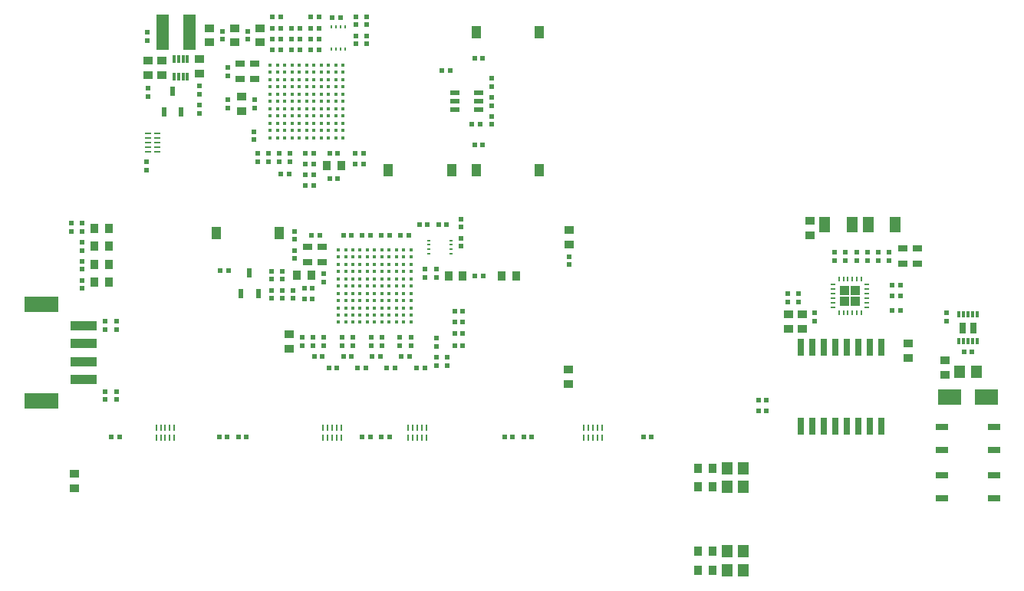
<source format=gtp>
G04 #@! TF.GenerationSoftware,KiCad,Pcbnew,5.0.1-33cea8e~66~ubuntu18.04.1*
G04 #@! TF.CreationDate,2018-11-27T01:50:38+00:00*
G04 #@! TF.ProjectId,proto_switch_sensor_r1_panel,70726F746F5F7377697463685F73656E,1*
G04 #@! TF.SameCoordinates,Original*
G04 #@! TF.FileFunction,Paste,Top*
G04 #@! TF.FilePolarity,Positive*
%FSLAX46Y46*%
G04 Gerber Fmt 4.6, Leading zero omitted, Abs format (unit mm)*
G04 Created by KiCad (PCBNEW 5.0.1-33cea8e~66~ubuntu18.04.1) date Tue 27 Nov 2018 01:50:38 GMT*
%MOMM*%
%LPD*%
G01*
G04 APERTURE LIST*
%ADD10R,3.000000X1.000000*%
%ADD11R,3.800000X1.800000*%
%ADD12R,0.950000X1.000000*%
%ADD13R,1.000000X0.950000*%
%ADD14R,0.620000X0.620000*%
%ADD15R,1.400000X0.800000*%
%ADD16C,0.400000*%
%ADD17R,1.000000X0.800000*%
%ADD18R,0.640000X1.910000*%
%ADD19R,1.000000X1.400000*%
%ADD20R,0.600000X1.000000*%
%ADD21R,0.200000X0.700000*%
%ADD22R,0.800000X1.200000*%
%ADD23R,0.300000X0.700000*%
%ADD24R,1.000000X1.000000*%
%ADD25R,0.480000X0.230000*%
%ADD26R,0.230000X0.480000*%
%ADD27R,0.300000X0.250000*%
%ADD28R,2.500000X1.700000*%
%ADD29R,1.150000X1.450000*%
%ADD30R,1.150000X1.800000*%
%ADD31R,0.700000X0.200000*%
%ADD32R,1.450000X3.890000*%
%ADD33R,1.100000X0.600000*%
%ADD34R,0.300000X0.850000*%
%ADD35R,0.250000X0.300000*%
G04 APERTURE END LIST*
D10*
G04 #@! TO.C,J202*
X89350000Y-136750000D03*
X89350000Y-134750000D03*
X89350000Y-132750000D03*
X89350000Y-130750000D03*
D11*
X84750000Y-139100000D03*
X84750000Y-128400000D03*
G04 #@! TD*
D12*
G04 #@! TO.C,C224*
X137100000Y-125300000D03*
X135500000Y-125300000D03*
G04 #@! TD*
D13*
G04 #@! TO.C,C223*
X112100000Y-133300000D03*
X112100000Y-131700000D03*
G04 #@! TD*
D14*
G04 #@! TO.C,R302*
X175900000Y-122650000D03*
X175900000Y-123550000D03*
G04 #@! TD*
G04 #@! TO.C,R403*
X92450000Y-143100000D03*
X93350000Y-143100000D03*
G04 #@! TD*
D15*
G04 #@! TO.C,D303*
X189850000Y-147330000D03*
X189850000Y-149870000D03*
X184150000Y-149870000D03*
X184150000Y-147330000D03*
G04 #@! TD*
G04 #@! TO.C,D302*
X189850000Y-141930000D03*
X189850000Y-144470000D03*
X184150000Y-144470000D03*
X184150000Y-141930000D03*
G04 #@! TD*
D14*
G04 #@! TO.C,C201*
X131000000Y-122000000D03*
X131000000Y-121100000D03*
G04 #@! TD*
D16*
G04 #@! TO.C,IC202*
X125500000Y-122400000D03*
X124700000Y-122400000D03*
X123900000Y-122400000D03*
X123100000Y-122400000D03*
X122300000Y-122400000D03*
X121500000Y-122400000D03*
X120700000Y-122400000D03*
X119900000Y-122400000D03*
X119100000Y-122400000D03*
X118300000Y-122400000D03*
X117500000Y-122400000D03*
X125500000Y-123200000D03*
X124700000Y-123200000D03*
X123900000Y-123200000D03*
X123100000Y-123200000D03*
X122300000Y-123200000D03*
X121500000Y-123200000D03*
X120700000Y-123200000D03*
X119900000Y-123200000D03*
X119100000Y-123200000D03*
X118300000Y-123200000D03*
X117500000Y-123200000D03*
X125500000Y-124000000D03*
X124700000Y-124000000D03*
X123900000Y-124000000D03*
X123100000Y-124000000D03*
X122300000Y-124000000D03*
X121500000Y-124000000D03*
X120700000Y-124000000D03*
X119900000Y-124000000D03*
X119100000Y-124000000D03*
X118300000Y-124000000D03*
X117500000Y-124000000D03*
X125500000Y-124800000D03*
X124700000Y-124800000D03*
X123900000Y-124800000D03*
X123100000Y-124800000D03*
X122300000Y-124800000D03*
X121500000Y-124800000D03*
X120700000Y-124800000D03*
X119900000Y-124800000D03*
X119100000Y-124800000D03*
X118300000Y-124800000D03*
X117500000Y-124800000D03*
X125500000Y-125600000D03*
X124700000Y-125600000D03*
X123900000Y-125600000D03*
X123100000Y-125600000D03*
X122300000Y-125600000D03*
X121500000Y-125600000D03*
X120700000Y-125600000D03*
X119900000Y-125600000D03*
X119100000Y-125600000D03*
X118300000Y-125600000D03*
X117500000Y-125600000D03*
X125500000Y-126400000D03*
X124700000Y-126400000D03*
X123900000Y-126400000D03*
X123100000Y-126400000D03*
X122300000Y-126400000D03*
X121500000Y-126400000D03*
X120700000Y-126400000D03*
X119900000Y-126400000D03*
X119100000Y-126400000D03*
X118300000Y-126400000D03*
X117500000Y-126400000D03*
X125500000Y-127200000D03*
X124700000Y-127200000D03*
X123900000Y-127200000D03*
X123100000Y-127200000D03*
X122300000Y-127200000D03*
X121500000Y-127200000D03*
X120700000Y-127200000D03*
X119900000Y-127200000D03*
X119100000Y-127200000D03*
X118300000Y-127200000D03*
X117500000Y-127200000D03*
X125500000Y-128000000D03*
X124700000Y-128000000D03*
X123900000Y-128000000D03*
X123100000Y-128000000D03*
X122300000Y-128000000D03*
X121500000Y-128000000D03*
X120700000Y-128000000D03*
X119900000Y-128000000D03*
X119100000Y-128000000D03*
X118300000Y-128000000D03*
X117500000Y-128000000D03*
X125500000Y-128800000D03*
X124700000Y-128800000D03*
X123900000Y-128800000D03*
X123100000Y-128800000D03*
X122300000Y-128800000D03*
X121500000Y-128800000D03*
X120700000Y-128800000D03*
X119900000Y-128800000D03*
X119100000Y-128800000D03*
X118300000Y-128800000D03*
X117500000Y-128800000D03*
X125500000Y-129600000D03*
X124700000Y-129600000D03*
X123900000Y-129600000D03*
X123100000Y-129600000D03*
X122300000Y-129600000D03*
X121500000Y-129600000D03*
X120700000Y-129600000D03*
X119900000Y-129600000D03*
X119100000Y-129600000D03*
X118300000Y-129600000D03*
X117500000Y-129600000D03*
X125500000Y-130400000D03*
X124700000Y-130400000D03*
X123900000Y-130400000D03*
X123100000Y-130400000D03*
X122300000Y-130400000D03*
X121500000Y-130400000D03*
X120700000Y-130400000D03*
X119900000Y-130400000D03*
X119100000Y-130400000D03*
X118300000Y-130400000D03*
X117500000Y-130400000D03*
G04 #@! TD*
D17*
G04 #@! TO.C,Y301*
X181400000Y-122250000D03*
X181400000Y-123950000D03*
X179800000Y-123950000D03*
X179800000Y-122250000D03*
G04 #@! TD*
G04 #@! TO.C,Y201*
X115700000Y-122050000D03*
X115700000Y-123750000D03*
X114100000Y-123750000D03*
X114100000Y-122050000D03*
G04 #@! TD*
D14*
G04 #@! TO.C,C314*
X178300000Y-123550000D03*
X178300000Y-122650000D03*
G04 #@! TD*
G04 #@! TO.C,R503*
X89200000Y-125750000D03*
X89200000Y-126650000D03*
G04 #@! TD*
D12*
G04 #@! TO.C,D501*
X92200000Y-126000000D03*
X90600000Y-126000000D03*
G04 #@! TD*
D13*
G04 #@! TO.C,C505*
X88400000Y-147100000D03*
X88400000Y-148700000D03*
G04 #@! TD*
D14*
G04 #@! TO.C,C306*
X168300000Y-128150000D03*
X168300000Y-127250000D03*
G04 #@! TD*
G04 #@! TO.C,C304*
X174700000Y-122650000D03*
X174700000Y-123550000D03*
G04 #@! TD*
G04 #@! TO.C,C302*
X170100000Y-130250000D03*
X170100000Y-129350000D03*
G04 #@! TD*
G04 #@! TO.C,R318*
X131250000Y-133000000D03*
X130350000Y-133000000D03*
G04 #@! TD*
G04 #@! TO.C,R213*
X93000000Y-138050000D03*
X93000000Y-138950000D03*
G04 #@! TD*
G04 #@! TO.C,R212*
X93000000Y-130300000D03*
X93000000Y-131200000D03*
G04 #@! TD*
G04 #@! TO.C,D205*
X91750000Y-130300000D03*
X91750000Y-131200000D03*
G04 #@! TD*
G04 #@! TO.C,D204*
X91750000Y-138950000D03*
X91750000Y-138050000D03*
G04 #@! TD*
D18*
G04 #@! TO.C,T301*
X177445000Y-141885000D03*
X176175000Y-141885000D03*
X174905000Y-141885000D03*
X173635000Y-141885000D03*
X172365000Y-141885000D03*
X171095000Y-141885000D03*
X169825000Y-141885000D03*
X168555000Y-141885000D03*
X168555000Y-133115000D03*
X169825000Y-133115000D03*
X171095000Y-133115000D03*
X172365000Y-133115000D03*
X173635000Y-133115000D03*
X174905000Y-133115000D03*
X176175000Y-133115000D03*
X177445000Y-133115000D03*
G04 #@! TD*
D19*
G04 #@! TO.C,SW201*
X111000000Y-120500000D03*
X104000000Y-120500000D03*
G04 #@! TD*
D14*
G04 #@! TO.C,R502*
X163850000Y-140200000D03*
X164750000Y-140200000D03*
G04 #@! TD*
G04 #@! TO.C,R501*
X163850000Y-139000000D03*
X164750000Y-139000000D03*
G04 #@! TD*
G04 #@! TO.C,R424*
X126150000Y-135400000D03*
X127050000Y-135400000D03*
G04 #@! TD*
G04 #@! TO.C,R423*
X125500000Y-132050000D03*
X125500000Y-132950000D03*
G04 #@! TD*
G04 #@! TO.C,R422*
X124450000Y-134200000D03*
X125350000Y-134200000D03*
G04 #@! TD*
G04 #@! TO.C,R421*
X137950000Y-143100000D03*
X138850000Y-143100000D03*
G04 #@! TD*
G04 #@! TO.C,R420*
X124300000Y-132050000D03*
X124300000Y-132950000D03*
G04 #@! TD*
G04 #@! TO.C,R419*
X151150000Y-143100000D03*
X152050000Y-143100000D03*
G04 #@! TD*
G04 #@! TO.C,R418*
X122850000Y-135400000D03*
X123750000Y-135400000D03*
G04 #@! TD*
G04 #@! TO.C,R417*
X122300000Y-132050000D03*
X122300000Y-132950000D03*
G04 #@! TD*
G04 #@! TO.C,R416*
X121250000Y-134200000D03*
X122150000Y-134200000D03*
G04 #@! TD*
G04 #@! TO.C,R415*
X122250000Y-143100000D03*
X123150000Y-143100000D03*
G04 #@! TD*
G04 #@! TO.C,R414*
X121100000Y-132050000D03*
X121100000Y-132950000D03*
G04 #@! TD*
G04 #@! TO.C,R413*
X136750000Y-143100000D03*
X135850000Y-143100000D03*
G04 #@! TD*
G04 #@! TO.C,R412*
X119650000Y-135400000D03*
X120550000Y-135400000D03*
G04 #@! TD*
G04 #@! TO.C,R411*
X119100000Y-132050000D03*
X119100000Y-132950000D03*
G04 #@! TD*
G04 #@! TO.C,R410*
X118050000Y-134200000D03*
X118950000Y-134200000D03*
G04 #@! TD*
G04 #@! TO.C,R409*
X106450000Y-143100000D03*
X107350000Y-143100000D03*
G04 #@! TD*
G04 #@! TO.C,R408*
X117900000Y-132050000D03*
X117900000Y-132950000D03*
G04 #@! TD*
G04 #@! TO.C,R407*
X121050000Y-143100000D03*
X120150000Y-143100000D03*
G04 #@! TD*
G04 #@! TO.C,R406*
X116450000Y-135400000D03*
X117350000Y-135400000D03*
G04 #@! TD*
G04 #@! TO.C,R405*
X115900000Y-132050000D03*
X115900000Y-132950000D03*
G04 #@! TD*
G04 #@! TO.C,R404*
X114850000Y-134200000D03*
X115750000Y-134200000D03*
G04 #@! TD*
G04 #@! TO.C,R402*
X114700000Y-132050000D03*
X114700000Y-132950000D03*
G04 #@! TD*
G04 #@! TO.C,R401*
X105250000Y-143100000D03*
X104350000Y-143100000D03*
G04 #@! TD*
G04 #@! TO.C,R317*
X184600000Y-130250000D03*
X184600000Y-129350000D03*
G04 #@! TD*
G04 #@! TO.C,R316*
X187450000Y-133700000D03*
X186550000Y-133700000D03*
G04 #@! TD*
D12*
G04 #@! TO.C,R315*
X157200000Y-146500000D03*
X158800000Y-146500000D03*
G04 #@! TD*
G04 #@! TO.C,R314*
X157200000Y-148600000D03*
X158800000Y-148600000D03*
G04 #@! TD*
G04 #@! TO.C,R313*
X157200000Y-157800000D03*
X158800000Y-157800000D03*
G04 #@! TD*
G04 #@! TO.C,R312*
X157200000Y-155700000D03*
X158800000Y-155700000D03*
G04 #@! TD*
D14*
G04 #@! TO.C,R311*
X167100000Y-127250000D03*
X167100000Y-128150000D03*
G04 #@! TD*
G04 #@! TO.C,R310*
X178650000Y-129100000D03*
X179550000Y-129100000D03*
G04 #@! TD*
G04 #@! TO.C,R309*
X178650000Y-127500000D03*
X179550000Y-127500000D03*
G04 #@! TD*
G04 #@! TO.C,R308*
X178650000Y-126300000D03*
X179550000Y-126300000D03*
G04 #@! TD*
G04 #@! TO.C,R307*
X130350000Y-131600000D03*
X131250000Y-131600000D03*
G04 #@! TD*
G04 #@! TO.C,R306*
X130350000Y-130400000D03*
X131250000Y-130400000D03*
G04 #@! TD*
G04 #@! TO.C,R305*
X130350000Y-129200000D03*
X131250000Y-129200000D03*
G04 #@! TD*
G04 #@! TO.C,R304*
X172300000Y-122650000D03*
X172300000Y-123550000D03*
G04 #@! TD*
G04 #@! TO.C,R303*
X173500000Y-122650000D03*
X173500000Y-123550000D03*
G04 #@! TD*
G04 #@! TO.C,R301*
X177100000Y-122650000D03*
X177100000Y-123550000D03*
G04 #@! TD*
G04 #@! TO.C,R211*
X127350000Y-119600000D03*
X126450000Y-119600000D03*
G04 #@! TD*
G04 #@! TO.C,R210*
X89200000Y-119450000D03*
X89200000Y-120350000D03*
G04 #@! TD*
G04 #@! TO.C,R209*
X89200000Y-124550000D03*
X89200000Y-123650000D03*
G04 #@! TD*
G04 #@! TO.C,R208*
X89200000Y-122450000D03*
X89200000Y-121550000D03*
G04 #@! TD*
G04 #@! TO.C,R207*
X88000000Y-119450000D03*
X88000000Y-120350000D03*
G04 #@! TD*
G04 #@! TO.C,R206*
X112700000Y-120350000D03*
X112700000Y-121250000D03*
G04 #@! TD*
G04 #@! TO.C,R205*
X111300000Y-124750000D03*
X111300000Y-125650000D03*
G04 #@! TD*
G04 #@! TO.C,R204*
X128300000Y-125450000D03*
X128300000Y-124550000D03*
G04 #@! TD*
G04 #@! TO.C,R202*
X131000000Y-119900000D03*
X131000000Y-119000000D03*
G04 #@! TD*
G04 #@! TO.C,R201*
X128550000Y-119600000D03*
X129450000Y-119600000D03*
G04 #@! TD*
D13*
G04 #@! TO.C,L302*
X184500000Y-136200000D03*
X184500000Y-134600000D03*
G04 #@! TD*
G04 #@! TO.C,L301*
X169600000Y-119200000D03*
X169600000Y-120800000D03*
G04 #@! TD*
D20*
G04 #@! TO.C,IC502*
X107700000Y-124950000D03*
X108650000Y-127250000D03*
X106750000Y-127250000D03*
G04 #@! TD*
D21*
G04 #@! TO.C,IC408*
X144600000Y-142075000D03*
X145100000Y-142075000D03*
X145600000Y-142075000D03*
X146100000Y-142075000D03*
X146600000Y-142075000D03*
X146600000Y-143125000D03*
X146100000Y-143125000D03*
X145600000Y-143125000D03*
X145100000Y-143125000D03*
X144600000Y-143125000D03*
G04 #@! TD*
G04 #@! TO.C,IC406*
X125200000Y-142075000D03*
X125700000Y-142075000D03*
X126200000Y-142075000D03*
X126700000Y-142075000D03*
X127200000Y-142075000D03*
X127200000Y-143125000D03*
X126700000Y-143125000D03*
X126200000Y-143125000D03*
X125700000Y-143125000D03*
X125200000Y-143125000D03*
G04 #@! TD*
G04 #@! TO.C,IC404*
X115800000Y-142075000D03*
X116300000Y-142075000D03*
X116800000Y-142075000D03*
X117300000Y-142075000D03*
X117800000Y-142075000D03*
X117800000Y-143125000D03*
X117300000Y-143125000D03*
X116800000Y-143125000D03*
X116300000Y-143125000D03*
X115800000Y-143125000D03*
G04 #@! TD*
G04 #@! TO.C,IC402*
X97400000Y-142075000D03*
X97900000Y-142075000D03*
X98400000Y-142075000D03*
X98900000Y-142075000D03*
X99400000Y-142075000D03*
X99400000Y-143125000D03*
X98900000Y-143125000D03*
X98400000Y-143125000D03*
X97900000Y-143125000D03*
X97400000Y-143125000D03*
G04 #@! TD*
D22*
G04 #@! TO.C,IC303*
X187600000Y-131000000D03*
X186400000Y-131000000D03*
D23*
X186000000Y-129525000D03*
X186500000Y-129525000D03*
X187000000Y-129525000D03*
X187500000Y-129525000D03*
X188000000Y-129525000D03*
X188000000Y-132475000D03*
X187500000Y-132475000D03*
X187000000Y-132475000D03*
X186500000Y-132475000D03*
X186000000Y-132475000D03*
G04 #@! TD*
D24*
G04 #@! TO.C,IC301*
X174600000Y-126900000D03*
X173400000Y-126900000D03*
X174600000Y-128100000D03*
X173400000Y-128100000D03*
D25*
X172140000Y-128750000D03*
X172140000Y-128250000D03*
X172140000Y-127750000D03*
X172140000Y-127250000D03*
X172140000Y-126750000D03*
X172140000Y-126250000D03*
D26*
X172750000Y-125640000D03*
X173250000Y-125640000D03*
X173750000Y-125640000D03*
X174250000Y-125640000D03*
X174750000Y-125640000D03*
X175250000Y-125640000D03*
D25*
X175860000Y-126250000D03*
X175860000Y-126750000D03*
X175860000Y-127250000D03*
X175860000Y-127750000D03*
X175860000Y-128250000D03*
X175860000Y-128750000D03*
D26*
X175250000Y-129360000D03*
X174750000Y-129360000D03*
X174250000Y-129360000D03*
X173750000Y-129360000D03*
X173250000Y-129360000D03*
X172750000Y-129360000D03*
G04 #@! TD*
D27*
G04 #@! TO.C,IC201*
X129925000Y-121350000D03*
X129925000Y-121850000D03*
X129925000Y-122350000D03*
X129925000Y-122850000D03*
X127475000Y-122850000D03*
X127475000Y-122350000D03*
X127475000Y-121850000D03*
X127475000Y-121350000D03*
G04 #@! TD*
D28*
G04 #@! TO.C,D301*
X189000000Y-138700000D03*
X185000000Y-138700000D03*
G04 #@! TD*
D12*
G04 #@! TO.C,D203*
X92200000Y-120000000D03*
X90600000Y-120000000D03*
G04 #@! TD*
G04 #@! TO.C,D202*
X92200000Y-124000000D03*
X90600000Y-124000000D03*
G04 #@! TD*
G04 #@! TO.C,D201*
X92200000Y-122000000D03*
X90600000Y-122000000D03*
G04 #@! TD*
D14*
G04 #@! TO.C,C504*
X110100000Y-127750000D03*
X110100000Y-126850000D03*
G04 #@! TD*
G04 #@! TO.C,C503*
X104450000Y-124700000D03*
X105350000Y-124700000D03*
G04 #@! TD*
D13*
G04 #@! TO.C,C502*
X142900000Y-135600000D03*
X142900000Y-137200000D03*
G04 #@! TD*
G04 #@! TO.C,C501*
X143000000Y-120200000D03*
X143000000Y-121800000D03*
G04 #@! TD*
D29*
G04 #@! TO.C,C313*
X187900000Y-135900000D03*
X186100000Y-135900000D03*
G04 #@! TD*
G04 #@! TO.C,C312*
X160400000Y-146500000D03*
X162200000Y-146500000D03*
G04 #@! TD*
G04 #@! TO.C,C311*
X160400000Y-148600000D03*
X162200000Y-148600000D03*
G04 #@! TD*
G04 #@! TO.C,C310*
X160400000Y-157800000D03*
X162200000Y-157800000D03*
G04 #@! TD*
G04 #@! TO.C,C309*
X160400000Y-155700000D03*
X162200000Y-155700000D03*
G04 #@! TD*
D13*
G04 #@! TO.C,C308*
X180400000Y-132700000D03*
X180400000Y-134300000D03*
G04 #@! TD*
G04 #@! TO.C,C307*
X167200000Y-129500000D03*
X167200000Y-131100000D03*
G04 #@! TD*
G04 #@! TO.C,C305*
X168700000Y-131100000D03*
X168700000Y-129500000D03*
G04 #@! TD*
D30*
G04 #@! TO.C,C303*
X176000000Y-119600000D03*
X179000000Y-119600000D03*
G04 #@! TD*
G04 #@! TO.C,C301*
X174200000Y-119600000D03*
X171200000Y-119600000D03*
G04 #@! TD*
D14*
G04 #@! TO.C,C222*
X115900000Y-125950000D03*
X115900000Y-125050000D03*
G04 #@! TD*
D12*
G04 #@! TO.C,C221*
X112900000Y-125200000D03*
X114500000Y-125200000D03*
G04 #@! TD*
D14*
G04 #@! TO.C,C220*
X112700000Y-123350000D03*
X112700000Y-122450000D03*
G04 #@! TD*
G04 #@! TO.C,C219*
X127100000Y-125450000D03*
X127100000Y-124550000D03*
G04 #@! TD*
D12*
G04 #@! TO.C,C218*
X129650000Y-125300000D03*
X131250000Y-125300000D03*
G04 #@! TD*
D14*
G04 #@! TO.C,C217*
X143000000Y-124050000D03*
X143000000Y-123150000D03*
G04 #@! TD*
G04 #@! TO.C,C216*
X118050000Y-120800000D03*
X118950000Y-120800000D03*
G04 #@! TD*
G04 #@! TO.C,C215*
X123150000Y-120800000D03*
X122250000Y-120800000D03*
G04 #@! TD*
G04 #@! TO.C,C214*
X112500000Y-127750000D03*
X112500000Y-126850000D03*
G04 #@! TD*
G04 #@! TO.C,C213*
X128300000Y-135150000D03*
X128300000Y-134250000D03*
G04 #@! TD*
G04 #@! TO.C,C212*
X115450000Y-120800000D03*
X114550000Y-120800000D03*
G04 #@! TD*
G04 #@! TO.C,C211*
X129500000Y-135150000D03*
X129500000Y-134250000D03*
G04 #@! TD*
G04 #@! TO.C,C210*
X113500000Y-132950000D03*
X113500000Y-132050000D03*
G04 #@! TD*
G04 #@! TO.C,C209*
X111300000Y-127750000D03*
X111300000Y-126850000D03*
G04 #@! TD*
G04 #@! TO.C,C208*
X121050000Y-120800000D03*
X120150000Y-120800000D03*
G04 #@! TD*
G04 #@! TO.C,C207*
X125250000Y-120800000D03*
X124350000Y-120800000D03*
G04 #@! TD*
G04 #@! TO.C,C206*
X113750000Y-127800000D03*
X114650000Y-127800000D03*
G04 #@! TD*
G04 #@! TO.C,C205*
X113750000Y-126600000D03*
X114650000Y-126600000D03*
G04 #@! TD*
G04 #@! TO.C,C204*
X133500000Y-125300000D03*
X132600000Y-125300000D03*
G04 #@! TD*
G04 #@! TO.C,C203*
X110100000Y-124750000D03*
X110100000Y-125650000D03*
G04 #@! TD*
G04 #@! TO.C,C202*
X128300000Y-133050000D03*
X128300000Y-132150000D03*
G04 #@! TD*
D13*
G04 #@! TO.C,C15*
X102150000Y-102950000D03*
X102150000Y-101350000D03*
G04 #@! TD*
D17*
G04 #@! TO.C,Y1*
X108250000Y-101850000D03*
X108250000Y-103550000D03*
X106650000Y-103550000D03*
X106650000Y-101850000D03*
G04 #@! TD*
D31*
G04 #@! TO.C,IC7*
X97525000Y-109550000D03*
X97525000Y-110050000D03*
X97525000Y-110550000D03*
X97525000Y-111050000D03*
X97525000Y-111550000D03*
X96475000Y-111550000D03*
X96475000Y-111050000D03*
X96475000Y-110550000D03*
X96475000Y-110050000D03*
X96475000Y-109550000D03*
G04 #@! TD*
D14*
G04 #@! TO.C,R1*
X96350000Y-113600000D03*
X96350000Y-112700000D03*
G04 #@! TD*
D19*
G04 #@! TO.C,SW3*
X132700000Y-113600000D03*
X139700000Y-113600000D03*
G04 #@! TD*
G04 #@! TO.C,SW2*
X132700000Y-98400000D03*
X139700000Y-98400000D03*
G04 #@! TD*
D14*
G04 #@! TO.C,R21*
X132550000Y-110800000D03*
X133450000Y-110800000D03*
G04 #@! TD*
G04 #@! TO.C,R20*
X132550000Y-101200000D03*
X133450000Y-101200000D03*
G04 #@! TD*
G04 #@! TO.C,C30*
X110250000Y-96700000D03*
X111150000Y-96700000D03*
G04 #@! TD*
G04 #@! TO.C,C29*
X109800000Y-112650000D03*
X109800000Y-111750000D03*
G04 #@! TD*
G04 #@! TO.C,C24*
X108600000Y-112650000D03*
X108600000Y-111750000D03*
G04 #@! TD*
D13*
G04 #@! TO.C,D2*
X106100000Y-99500000D03*
X106100000Y-97900000D03*
G04 #@! TD*
D32*
G04 #@! TO.C,L1*
X101075000Y-98400000D03*
X98125000Y-98400000D03*
G04 #@! TD*
D19*
G04 #@! TO.C,SW1*
X123000000Y-113600000D03*
X130000000Y-113600000D03*
G04 #@! TD*
D14*
G04 #@! TO.C,R19*
X134400000Y-105550000D03*
X134400000Y-106450000D03*
G04 #@! TD*
G04 #@! TO.C,R11*
X111150000Y-97900000D03*
X110250000Y-97900000D03*
G04 #@! TD*
D33*
G04 #@! TO.C,IC6*
X130400000Y-106950000D03*
X130400000Y-106000000D03*
X130400000Y-105050000D03*
X133000000Y-105050000D03*
X133000000Y-106000000D03*
X133000000Y-106950000D03*
G04 #@! TD*
D20*
G04 #@! TO.C,IC3*
X99200000Y-104850000D03*
X100150000Y-107150000D03*
X98250000Y-107150000D03*
G04 #@! TD*
D34*
G04 #@! TO.C,IC2*
X99350000Y-101350000D03*
X99850000Y-101350000D03*
X100350000Y-101350000D03*
X100850000Y-101350000D03*
X100850000Y-103250000D03*
X100350000Y-103250000D03*
X99850000Y-103250000D03*
X99350000Y-103250000D03*
G04 #@! TD*
D14*
G04 #@! TO.C,D4*
X134400000Y-108550000D03*
X134400000Y-107650000D03*
G04 #@! TD*
D13*
G04 #@! TO.C,D3*
X108900000Y-99500000D03*
X108900000Y-97900000D03*
G04 #@! TD*
G04 #@! TO.C,D1*
X103300000Y-99500000D03*
X103300000Y-97900000D03*
G04 #@! TD*
D14*
G04 #@! TO.C,C27*
X134400000Y-103450000D03*
X134400000Y-104350000D03*
G04 #@! TD*
G04 #@! TO.C,C25*
X132250000Y-108500000D03*
X133150000Y-108500000D03*
G04 #@! TD*
G04 #@! TO.C,C22*
X102150000Y-106400000D03*
X102150000Y-107300000D03*
G04 #@! TD*
G04 #@! TO.C,C21*
X96500000Y-105450000D03*
X96500000Y-104550000D03*
G04 #@! TD*
G04 #@! TO.C,C18*
X102150000Y-104300000D03*
X102150000Y-105200000D03*
G04 #@! TD*
D13*
G04 #@! TO.C,C16*
X96500000Y-101500000D03*
X96500000Y-103100000D03*
G04 #@! TD*
D14*
G04 #@! TO.C,R15*
X116850000Y-96750000D03*
X117750000Y-96750000D03*
G04 #@! TD*
G04 #@! TO.C,R17*
X114450000Y-96700000D03*
X115350000Y-96700000D03*
G04 #@! TD*
G04 #@! TO.C,R14*
X115350000Y-97900000D03*
X114450000Y-97900000D03*
G04 #@! TD*
G04 #@! TO.C,R10*
X107500000Y-99150000D03*
X107500000Y-98250000D03*
G04 #@! TD*
G04 #@! TO.C,R9*
X104700000Y-99150000D03*
X104700000Y-98250000D03*
G04 #@! TD*
G04 #@! TO.C,R18*
X120600000Y-96650000D03*
X120600000Y-97550000D03*
G04 #@! TD*
G04 #@! TO.C,C26*
X129850000Y-102600000D03*
X128950000Y-102600000D03*
G04 #@! TD*
D35*
G04 #@! TO.C,IC5*
X118250000Y-100225000D03*
X117750000Y-100225000D03*
X117250000Y-100225000D03*
X116750000Y-100225000D03*
X116750000Y-97775000D03*
X117250000Y-97775000D03*
X117750000Y-97775000D03*
X118250000Y-97775000D03*
G04 #@! TD*
D14*
G04 #@! TO.C,C28*
X105300000Y-103150000D03*
X105300000Y-102250000D03*
G04 #@! TD*
D13*
G04 #@! TO.C,C17*
X98000000Y-101500000D03*
X98000000Y-103100000D03*
G04 #@! TD*
D14*
G04 #@! TO.C,C23*
X119400000Y-98750000D03*
X119400000Y-99650000D03*
G04 #@! TD*
G04 #@! TO.C,C12*
X110250000Y-100300000D03*
X111150000Y-100300000D03*
G04 #@! TD*
G04 #@! TO.C,C11*
X113850000Y-114100000D03*
X114750000Y-114100000D03*
G04 #@! TD*
G04 #@! TO.C,C10*
X120250000Y-111700000D03*
X119350000Y-111700000D03*
G04 #@! TD*
G04 #@! TO.C,C4*
X113850000Y-111700000D03*
X114750000Y-111700000D03*
G04 #@! TD*
G04 #@! TO.C,C9*
X115350000Y-99100000D03*
X114450000Y-99100000D03*
G04 #@! TD*
G04 #@! TO.C,C3*
X112350000Y-100300000D03*
X113250000Y-100300000D03*
G04 #@! TD*
G04 #@! TO.C,C8*
X110250000Y-99100000D03*
X111150000Y-99100000D03*
G04 #@! TD*
G04 #@! TO.C,C6*
X115350000Y-100300000D03*
X114450000Y-100300000D03*
G04 #@! TD*
G04 #@! TO.C,C2*
X112350000Y-99100000D03*
X113250000Y-99100000D03*
G04 #@! TD*
G04 #@! TO.C,C7*
X120250000Y-112900000D03*
X119350000Y-112900000D03*
G04 #@! TD*
G04 #@! TO.C,C5*
X113850000Y-115300000D03*
X114750000Y-115300000D03*
G04 #@! TD*
G04 #@! TO.C,C1*
X113850000Y-112900000D03*
X114750000Y-112900000D03*
G04 #@! TD*
G04 #@! TO.C,R13*
X112350000Y-97900000D03*
X113250000Y-97900000D03*
G04 #@! TD*
G04 #@! TO.C,R12*
X120600000Y-99650000D03*
X120600000Y-98750000D03*
G04 #@! TD*
G04 #@! TO.C,R16*
X119400000Y-97550000D03*
X119400000Y-96650000D03*
G04 #@! TD*
G04 #@! TO.C,R8*
X105300000Y-105850000D03*
X105300000Y-106750000D03*
G04 #@! TD*
G04 #@! TO.C,R7*
X116550000Y-114500000D03*
X117450000Y-114500000D03*
G04 #@! TD*
G04 #@! TO.C,C20*
X108300000Y-106750000D03*
X108300000Y-105850000D03*
G04 #@! TD*
G04 #@! TO.C,C14*
X117450000Y-111700000D03*
X116550000Y-111700000D03*
G04 #@! TD*
D13*
G04 #@! TO.C,C19*
X106800000Y-107100000D03*
X106800000Y-105500000D03*
G04 #@! TD*
D12*
G04 #@! TO.C,C13*
X117800000Y-113100000D03*
X116200000Y-113100000D03*
G04 #@! TD*
D14*
G04 #@! TO.C,R4*
X112200000Y-111750000D03*
X112200000Y-112650000D03*
G04 #@! TD*
G04 #@! TO.C,R6*
X111000000Y-111750000D03*
X111000000Y-112650000D03*
G04 #@! TD*
G04 #@! TO.C,R3*
X96400000Y-98350000D03*
X96400000Y-99250000D03*
G04 #@! TD*
G04 #@! TO.C,R5*
X111150000Y-114000000D03*
X112050000Y-114000000D03*
G04 #@! TD*
G04 #@! TO.C,R2*
X108200000Y-109350000D03*
X108200000Y-110250000D03*
G04 #@! TD*
D16*
G04 #@! TO.C,IC4*
X118000000Y-102000000D03*
X117200000Y-102000000D03*
X116400000Y-102000000D03*
X115600000Y-102000000D03*
X114800000Y-102000000D03*
X114000000Y-102000000D03*
X113200000Y-102000000D03*
X112400000Y-102000000D03*
X111600000Y-102000000D03*
X110800000Y-102000000D03*
X110000000Y-102000000D03*
X118000000Y-102800000D03*
X117200000Y-102800000D03*
X116400000Y-102800000D03*
X115600000Y-102800000D03*
X114800000Y-102800000D03*
X114000000Y-102800000D03*
X113200000Y-102800000D03*
X112400000Y-102800000D03*
X111600000Y-102800000D03*
X110800000Y-102800000D03*
X110000000Y-102800000D03*
X118000000Y-103600000D03*
X117200000Y-103600000D03*
X116400000Y-103600000D03*
X115600000Y-103600000D03*
X114800000Y-103600000D03*
X114000000Y-103600000D03*
X113200000Y-103600000D03*
X112400000Y-103600000D03*
X111600000Y-103600000D03*
X110800000Y-103600000D03*
X110000000Y-103600000D03*
X118000000Y-104400000D03*
X117200000Y-104400000D03*
X116400000Y-104400000D03*
X115600000Y-104400000D03*
X114800000Y-104400000D03*
X114000000Y-104400000D03*
X113200000Y-104400000D03*
X112400000Y-104400000D03*
X111600000Y-104400000D03*
X110800000Y-104400000D03*
X110000000Y-104400000D03*
X118000000Y-105200000D03*
X117200000Y-105200000D03*
X116400000Y-105200000D03*
X115600000Y-105200000D03*
X114800000Y-105200000D03*
X114000000Y-105200000D03*
X113200000Y-105200000D03*
X112400000Y-105200000D03*
X111600000Y-105200000D03*
X110800000Y-105200000D03*
X110000000Y-105200000D03*
X118000000Y-106000000D03*
X117200000Y-106000000D03*
X116400000Y-106000000D03*
X115600000Y-106000000D03*
X114800000Y-106000000D03*
X114000000Y-106000000D03*
X113200000Y-106000000D03*
X112400000Y-106000000D03*
X111600000Y-106000000D03*
X110800000Y-106000000D03*
X110000000Y-106000000D03*
X118000000Y-106800000D03*
X117200000Y-106800000D03*
X116400000Y-106800000D03*
X115600000Y-106800000D03*
X114800000Y-106800000D03*
X114000000Y-106800000D03*
X113200000Y-106800000D03*
X112400000Y-106800000D03*
X111600000Y-106800000D03*
X110800000Y-106800000D03*
X110000000Y-106800000D03*
X118000000Y-107600000D03*
X117200000Y-107600000D03*
X116400000Y-107600000D03*
X115600000Y-107600000D03*
X114800000Y-107600000D03*
X114000000Y-107600000D03*
X113200000Y-107600000D03*
X112400000Y-107600000D03*
X111600000Y-107600000D03*
X110800000Y-107600000D03*
X110000000Y-107600000D03*
X118000000Y-108400000D03*
X117200000Y-108400000D03*
X116400000Y-108400000D03*
X115600000Y-108400000D03*
X114800000Y-108400000D03*
X114000000Y-108400000D03*
X113200000Y-108400000D03*
X112400000Y-108400000D03*
X111600000Y-108400000D03*
X110800000Y-108400000D03*
X110000000Y-108400000D03*
X118000000Y-109200000D03*
X117200000Y-109200000D03*
X116400000Y-109200000D03*
X115600000Y-109200000D03*
X114800000Y-109200000D03*
X114000000Y-109200000D03*
X113200000Y-109200000D03*
X112400000Y-109200000D03*
X111600000Y-109200000D03*
X110800000Y-109200000D03*
X110000000Y-109200000D03*
X118000000Y-110000000D03*
X117200000Y-110000000D03*
X116400000Y-110000000D03*
X115600000Y-110000000D03*
X114800000Y-110000000D03*
X114000000Y-110000000D03*
X113200000Y-110000000D03*
X112400000Y-110000000D03*
X111600000Y-110000000D03*
X110800000Y-110000000D03*
X110000000Y-110000000D03*
G04 #@! TD*
M02*

</source>
